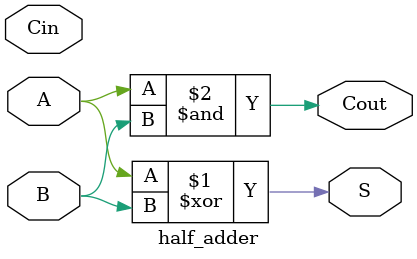
<source format=v>
`timescale 1ns / 1ps
`default_nettype none
/* This module describes the gate-level model of
a full-adder in Verilog*/

module half_adder (S, Cout, A, B, Cin);

    // declare intput and output ports
    //1-bit wires
    input wire A, B, Cin; //1-bit wires
    output wire S, Cout;
   
    // use dataflow to describe gate-level activity
    assign S = A ^ B; // the hat (^) is for XOR
    
    // this line is missing something
    assign Cout = A & B;  // pipe (|) is for OR operation
    
 endmodule
</source>
